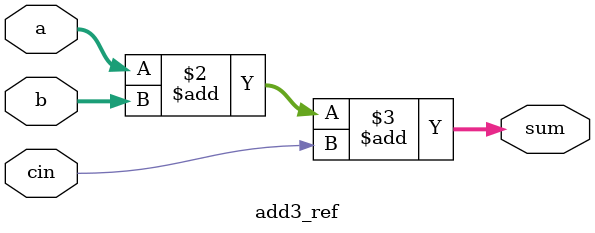
<source format=v>

module add3_ref(
	
	input [2:0] a,b,
	
	input cin,

	output reg [3:0] sum
);

	always@(*)
		begin
			sum= a+b+cin;
		end
		
endmodule


</source>
